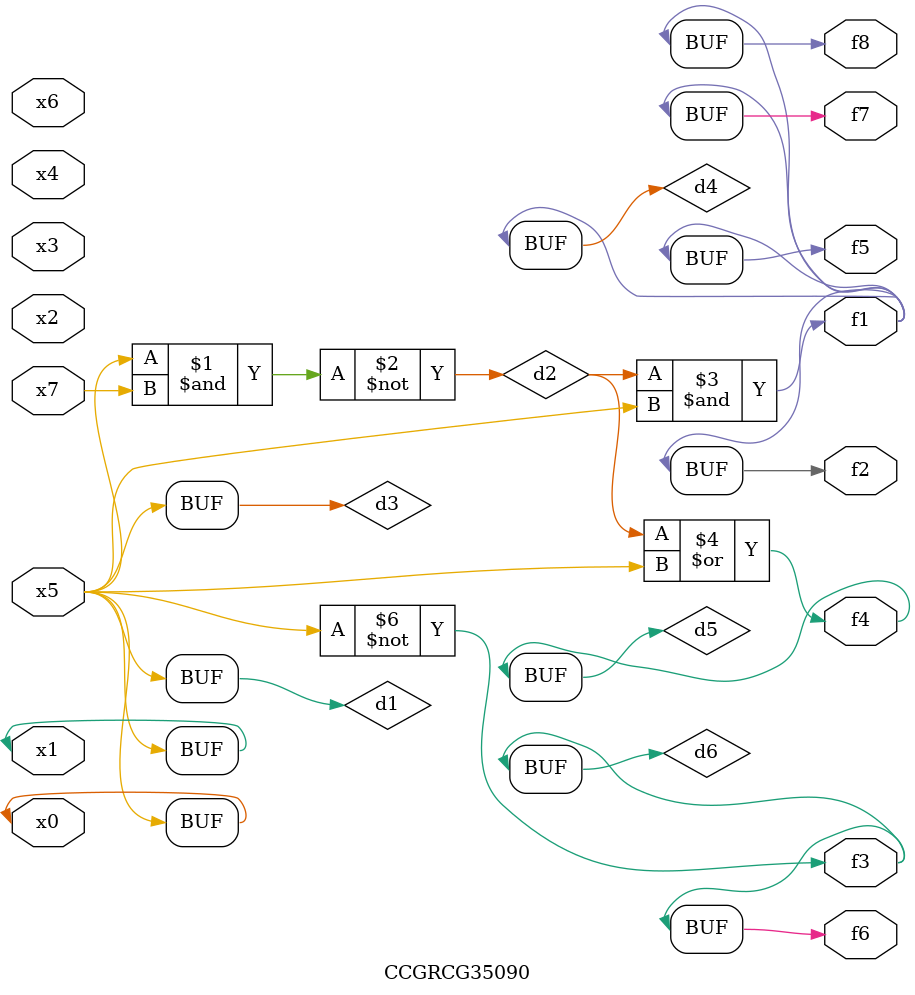
<source format=v>
module CCGRCG35090(
	input x0, x1, x2, x3, x4, x5, x6, x7,
	output f1, f2, f3, f4, f5, f6, f7, f8
);

	wire d1, d2, d3, d4, d5, d6;

	buf (d1, x0, x5);
	nand (d2, x5, x7);
	buf (d3, x0, x1);
	and (d4, d2, d3);
	or (d5, d2, d3);
	nor (d6, d1, d3);
	assign f1 = d4;
	assign f2 = d4;
	assign f3 = d6;
	assign f4 = d5;
	assign f5 = d4;
	assign f6 = d6;
	assign f7 = d4;
	assign f8 = d4;
endmodule

</source>
